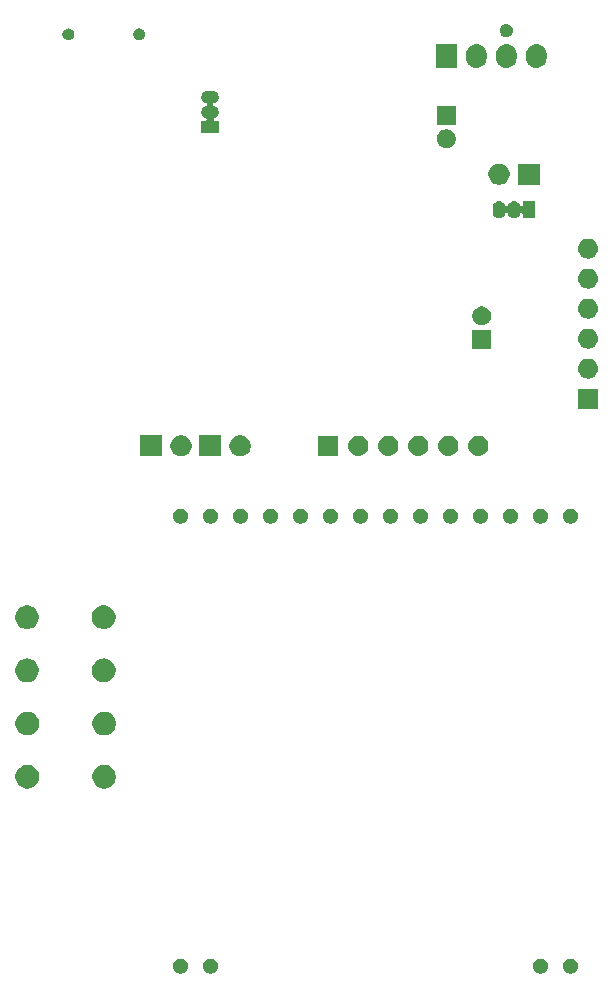
<source format=gbr>
G04 #@! TF.GenerationSoftware,KiCad,Pcbnew,(5.0.2)-1*
G04 #@! TF.CreationDate,2019-02-15T14:43:36+01:00*
G04 #@! TF.ProjectId,test,74657374-2e6b-4696-9361-645f70636258,rev?*
G04 #@! TF.SameCoordinates,Original*
G04 #@! TF.FileFunction,Soldermask,Bot*
G04 #@! TF.FilePolarity,Negative*
%FSLAX46Y46*%
G04 Gerber Fmt 4.6, Leading zero omitted, Abs format (unit mm)*
G04 Created by KiCad (PCBNEW (5.0.2)-1) date 15/02/2019 14:43:36*
%MOMM*%
%LPD*%
G01*
G04 APERTURE LIST*
%ADD10C,0.100000*%
G04 APERTURE END LIST*
D10*
G36*
X165696681Y-129434594D02*
X165813155Y-129482839D01*
X165917977Y-129552879D01*
X166007121Y-129642023D01*
X166077161Y-129746845D01*
X166125406Y-129863319D01*
X166150000Y-129986964D01*
X166150000Y-130113036D01*
X166125406Y-130236681D01*
X166077161Y-130353155D01*
X166007121Y-130457977D01*
X165917977Y-130547121D01*
X165813155Y-130617161D01*
X165696681Y-130665406D01*
X165573036Y-130690000D01*
X165446964Y-130690000D01*
X165323319Y-130665406D01*
X165206845Y-130617161D01*
X165102023Y-130547121D01*
X165012879Y-130457977D01*
X164942839Y-130353155D01*
X164894594Y-130236681D01*
X164870000Y-130113036D01*
X164870000Y-129986964D01*
X164894594Y-129863319D01*
X164942839Y-129746845D01*
X165012879Y-129642023D01*
X165102023Y-129552879D01*
X165206845Y-129482839D01*
X165323319Y-129434594D01*
X165446964Y-129410000D01*
X165573036Y-129410000D01*
X165696681Y-129434594D01*
X165696681Y-129434594D01*
G37*
G36*
X132676681Y-129434594D02*
X132793155Y-129482839D01*
X132897977Y-129552879D01*
X132987121Y-129642023D01*
X133057161Y-129746845D01*
X133105406Y-129863319D01*
X133130000Y-129986964D01*
X133130000Y-130113036D01*
X133105406Y-130236681D01*
X133057161Y-130353155D01*
X132987121Y-130457977D01*
X132897977Y-130547121D01*
X132793155Y-130617161D01*
X132676681Y-130665406D01*
X132553036Y-130690000D01*
X132426964Y-130690000D01*
X132303319Y-130665406D01*
X132186845Y-130617161D01*
X132082023Y-130547121D01*
X131992879Y-130457977D01*
X131922839Y-130353155D01*
X131874594Y-130236681D01*
X131850000Y-130113036D01*
X131850000Y-129986964D01*
X131874594Y-129863319D01*
X131922839Y-129746845D01*
X131992879Y-129642023D01*
X132082023Y-129552879D01*
X132186845Y-129482839D01*
X132303319Y-129434594D01*
X132426964Y-129410000D01*
X132553036Y-129410000D01*
X132676681Y-129434594D01*
X132676681Y-129434594D01*
G37*
G36*
X135216681Y-129434594D02*
X135333155Y-129482839D01*
X135437977Y-129552879D01*
X135527121Y-129642023D01*
X135597161Y-129746845D01*
X135645406Y-129863319D01*
X135670000Y-129986964D01*
X135670000Y-130113036D01*
X135645406Y-130236681D01*
X135597161Y-130353155D01*
X135527121Y-130457977D01*
X135437977Y-130547121D01*
X135333155Y-130617161D01*
X135216681Y-130665406D01*
X135093036Y-130690000D01*
X134966964Y-130690000D01*
X134843319Y-130665406D01*
X134726845Y-130617161D01*
X134622023Y-130547121D01*
X134532879Y-130457977D01*
X134462839Y-130353155D01*
X134414594Y-130236681D01*
X134390000Y-130113036D01*
X134390000Y-129986964D01*
X134414594Y-129863319D01*
X134462839Y-129746845D01*
X134532879Y-129642023D01*
X134622023Y-129552879D01*
X134726845Y-129482839D01*
X134843319Y-129434594D01*
X134966964Y-129410000D01*
X135093036Y-129410000D01*
X135216681Y-129434594D01*
X135216681Y-129434594D01*
G37*
G36*
X163156681Y-129434594D02*
X163273155Y-129482839D01*
X163377977Y-129552879D01*
X163467121Y-129642023D01*
X163537161Y-129746845D01*
X163585406Y-129863319D01*
X163610000Y-129986964D01*
X163610000Y-130113036D01*
X163585406Y-130236681D01*
X163537161Y-130353155D01*
X163467121Y-130457977D01*
X163377977Y-130547121D01*
X163273155Y-130617161D01*
X163156681Y-130665406D01*
X163033036Y-130690000D01*
X162906964Y-130690000D01*
X162783319Y-130665406D01*
X162666845Y-130617161D01*
X162562023Y-130547121D01*
X162472879Y-130457977D01*
X162402839Y-130353155D01*
X162354594Y-130236681D01*
X162330000Y-130113036D01*
X162330000Y-129986964D01*
X162354594Y-129863319D01*
X162402839Y-129746845D01*
X162472879Y-129642023D01*
X162562023Y-129552879D01*
X162666845Y-129482839D01*
X162783319Y-129434594D01*
X162906964Y-129410000D01*
X163033036Y-129410000D01*
X163156681Y-129434594D01*
X163156681Y-129434594D01*
G37*
G36*
X126200771Y-113040373D02*
X126316690Y-113063430D01*
X126498679Y-113138812D01*
X126662464Y-113248250D01*
X126801752Y-113387538D01*
X126911190Y-113551323D01*
X126986572Y-113733312D01*
X127025001Y-113926510D01*
X127025001Y-114123492D01*
X126986572Y-114316690D01*
X126911190Y-114498679D01*
X126801752Y-114662464D01*
X126662464Y-114801752D01*
X126498679Y-114911190D01*
X126316690Y-114986572D01*
X126200771Y-115009629D01*
X126123494Y-115025001D01*
X125926508Y-115025001D01*
X125849231Y-115009629D01*
X125733312Y-114986572D01*
X125551323Y-114911190D01*
X125387538Y-114801752D01*
X125248250Y-114662464D01*
X125138812Y-114498679D01*
X125063430Y-114316690D01*
X125025001Y-114123492D01*
X125025001Y-113926510D01*
X125063430Y-113733312D01*
X125138812Y-113551323D01*
X125248250Y-113387538D01*
X125387538Y-113248250D01*
X125551323Y-113138812D01*
X125733312Y-113063430D01*
X125849231Y-113040373D01*
X125926508Y-113025001D01*
X126123494Y-113025001D01*
X126200771Y-113040373D01*
X126200771Y-113040373D01*
G37*
G36*
X119700771Y-113040373D02*
X119816690Y-113063430D01*
X119998679Y-113138812D01*
X120162464Y-113248250D01*
X120301752Y-113387538D01*
X120411190Y-113551323D01*
X120486572Y-113733312D01*
X120525001Y-113926510D01*
X120525001Y-114123492D01*
X120486572Y-114316690D01*
X120411190Y-114498679D01*
X120301752Y-114662464D01*
X120162464Y-114801752D01*
X119998679Y-114911190D01*
X119816690Y-114986572D01*
X119700771Y-115009629D01*
X119623494Y-115025001D01*
X119426508Y-115025001D01*
X119349231Y-115009629D01*
X119233312Y-114986572D01*
X119051323Y-114911190D01*
X118887538Y-114801752D01*
X118748250Y-114662464D01*
X118638812Y-114498679D01*
X118563430Y-114316690D01*
X118525001Y-114123492D01*
X118525001Y-113926510D01*
X118563430Y-113733312D01*
X118638812Y-113551323D01*
X118748250Y-113387538D01*
X118887538Y-113248250D01*
X119051323Y-113138812D01*
X119233312Y-113063430D01*
X119349231Y-113040373D01*
X119426508Y-113025001D01*
X119623494Y-113025001D01*
X119700771Y-113040373D01*
X119700771Y-113040373D01*
G37*
G36*
X126200771Y-108540373D02*
X126316690Y-108563430D01*
X126498679Y-108638812D01*
X126662464Y-108748250D01*
X126801752Y-108887538D01*
X126911190Y-109051323D01*
X126986572Y-109233312D01*
X127025001Y-109426510D01*
X127025001Y-109623492D01*
X126986572Y-109816690D01*
X126911190Y-109998679D01*
X126801752Y-110162464D01*
X126662464Y-110301752D01*
X126498679Y-110411190D01*
X126316690Y-110486572D01*
X126200771Y-110509629D01*
X126123494Y-110525001D01*
X125926508Y-110525001D01*
X125849231Y-110509629D01*
X125733312Y-110486572D01*
X125551323Y-110411190D01*
X125387538Y-110301752D01*
X125248250Y-110162464D01*
X125138812Y-109998679D01*
X125063430Y-109816690D01*
X125025001Y-109623492D01*
X125025001Y-109426510D01*
X125063430Y-109233312D01*
X125138812Y-109051323D01*
X125248250Y-108887538D01*
X125387538Y-108748250D01*
X125551323Y-108638812D01*
X125733312Y-108563430D01*
X125849231Y-108540373D01*
X125926508Y-108525001D01*
X126123494Y-108525001D01*
X126200771Y-108540373D01*
X126200771Y-108540373D01*
G37*
G36*
X119700771Y-108540373D02*
X119816690Y-108563430D01*
X119998679Y-108638812D01*
X120162464Y-108748250D01*
X120301752Y-108887538D01*
X120411190Y-109051323D01*
X120486572Y-109233312D01*
X120525001Y-109426510D01*
X120525001Y-109623492D01*
X120486572Y-109816690D01*
X120411190Y-109998679D01*
X120301752Y-110162464D01*
X120162464Y-110301752D01*
X119998679Y-110411190D01*
X119816690Y-110486572D01*
X119700771Y-110509629D01*
X119623494Y-110525001D01*
X119426508Y-110525001D01*
X119349231Y-110509629D01*
X119233312Y-110486572D01*
X119051323Y-110411190D01*
X118887538Y-110301752D01*
X118748250Y-110162464D01*
X118638812Y-109998679D01*
X118563430Y-109816690D01*
X118525001Y-109623492D01*
X118525001Y-109426510D01*
X118563430Y-109233312D01*
X118638812Y-109051323D01*
X118748250Y-108887538D01*
X118887538Y-108748250D01*
X119051323Y-108638812D01*
X119233312Y-108563430D01*
X119349231Y-108540373D01*
X119426508Y-108525001D01*
X119623494Y-108525001D01*
X119700771Y-108540373D01*
X119700771Y-108540373D01*
G37*
G36*
X119675770Y-104015372D02*
X119791689Y-104038429D01*
X119973678Y-104113811D01*
X120137463Y-104223249D01*
X120276751Y-104362537D01*
X120386189Y-104526322D01*
X120461571Y-104708311D01*
X120500000Y-104901509D01*
X120500000Y-105098491D01*
X120461571Y-105291689D01*
X120386189Y-105473678D01*
X120276751Y-105637463D01*
X120137463Y-105776751D01*
X119973678Y-105886189D01*
X119791689Y-105961571D01*
X119675770Y-105984628D01*
X119598493Y-106000000D01*
X119401507Y-106000000D01*
X119324230Y-105984628D01*
X119208311Y-105961571D01*
X119026322Y-105886189D01*
X118862537Y-105776751D01*
X118723249Y-105637463D01*
X118613811Y-105473678D01*
X118538429Y-105291689D01*
X118500000Y-105098491D01*
X118500000Y-104901509D01*
X118538429Y-104708311D01*
X118613811Y-104526322D01*
X118723249Y-104362537D01*
X118862537Y-104223249D01*
X119026322Y-104113811D01*
X119208311Y-104038429D01*
X119324230Y-104015372D01*
X119401507Y-104000000D01*
X119598493Y-104000000D01*
X119675770Y-104015372D01*
X119675770Y-104015372D01*
G37*
G36*
X126175770Y-104015372D02*
X126291689Y-104038429D01*
X126473678Y-104113811D01*
X126637463Y-104223249D01*
X126776751Y-104362537D01*
X126886189Y-104526322D01*
X126961571Y-104708311D01*
X127000000Y-104901509D01*
X127000000Y-105098491D01*
X126961571Y-105291689D01*
X126886189Y-105473678D01*
X126776751Y-105637463D01*
X126637463Y-105776751D01*
X126473678Y-105886189D01*
X126291689Y-105961571D01*
X126175770Y-105984628D01*
X126098493Y-106000000D01*
X125901507Y-106000000D01*
X125824230Y-105984628D01*
X125708311Y-105961571D01*
X125526322Y-105886189D01*
X125362537Y-105776751D01*
X125223249Y-105637463D01*
X125113811Y-105473678D01*
X125038429Y-105291689D01*
X125000000Y-105098491D01*
X125000000Y-104901509D01*
X125038429Y-104708311D01*
X125113811Y-104526322D01*
X125223249Y-104362537D01*
X125362537Y-104223249D01*
X125526322Y-104113811D01*
X125708311Y-104038429D01*
X125824230Y-104015372D01*
X125901507Y-104000000D01*
X126098493Y-104000000D01*
X126175770Y-104015372D01*
X126175770Y-104015372D01*
G37*
G36*
X119675770Y-99515372D02*
X119791689Y-99538429D01*
X119973678Y-99613811D01*
X120137463Y-99723249D01*
X120276751Y-99862537D01*
X120386189Y-100026322D01*
X120461571Y-100208311D01*
X120500000Y-100401509D01*
X120500000Y-100598491D01*
X120461571Y-100791689D01*
X120386189Y-100973678D01*
X120276751Y-101137463D01*
X120137463Y-101276751D01*
X119973678Y-101386189D01*
X119791689Y-101461571D01*
X119675770Y-101484628D01*
X119598493Y-101500000D01*
X119401507Y-101500000D01*
X119324230Y-101484628D01*
X119208311Y-101461571D01*
X119026322Y-101386189D01*
X118862537Y-101276751D01*
X118723249Y-101137463D01*
X118613811Y-100973678D01*
X118538429Y-100791689D01*
X118500000Y-100598491D01*
X118500000Y-100401509D01*
X118538429Y-100208311D01*
X118613811Y-100026322D01*
X118723249Y-99862537D01*
X118862537Y-99723249D01*
X119026322Y-99613811D01*
X119208311Y-99538429D01*
X119324230Y-99515372D01*
X119401507Y-99500000D01*
X119598493Y-99500000D01*
X119675770Y-99515372D01*
X119675770Y-99515372D01*
G37*
G36*
X126175770Y-99515372D02*
X126291689Y-99538429D01*
X126473678Y-99613811D01*
X126637463Y-99723249D01*
X126776751Y-99862537D01*
X126886189Y-100026322D01*
X126961571Y-100208311D01*
X127000000Y-100401509D01*
X127000000Y-100598491D01*
X126961571Y-100791689D01*
X126886189Y-100973678D01*
X126776751Y-101137463D01*
X126637463Y-101276751D01*
X126473678Y-101386189D01*
X126291689Y-101461571D01*
X126175770Y-101484628D01*
X126098493Y-101500000D01*
X125901507Y-101500000D01*
X125824230Y-101484628D01*
X125708311Y-101461571D01*
X125526322Y-101386189D01*
X125362537Y-101276751D01*
X125223249Y-101137463D01*
X125113811Y-100973678D01*
X125038429Y-100791689D01*
X125000000Y-100598491D01*
X125000000Y-100401509D01*
X125038429Y-100208311D01*
X125113811Y-100026322D01*
X125223249Y-99862537D01*
X125362537Y-99723249D01*
X125526322Y-99613811D01*
X125708311Y-99538429D01*
X125824230Y-99515372D01*
X125901507Y-99500000D01*
X126098493Y-99500000D01*
X126175770Y-99515372D01*
X126175770Y-99515372D01*
G37*
G36*
X140296681Y-91334594D02*
X140413155Y-91382839D01*
X140517977Y-91452879D01*
X140607121Y-91542023D01*
X140677161Y-91646845D01*
X140725406Y-91763319D01*
X140750000Y-91886964D01*
X140750000Y-92013036D01*
X140725406Y-92136681D01*
X140677161Y-92253155D01*
X140607121Y-92357977D01*
X140517977Y-92447121D01*
X140413155Y-92517161D01*
X140296681Y-92565406D01*
X140173036Y-92590000D01*
X140046964Y-92590000D01*
X139923319Y-92565406D01*
X139806845Y-92517161D01*
X139702023Y-92447121D01*
X139612879Y-92357977D01*
X139542839Y-92253155D01*
X139494594Y-92136681D01*
X139470000Y-92013036D01*
X139470000Y-91886964D01*
X139494594Y-91763319D01*
X139542839Y-91646845D01*
X139612879Y-91542023D01*
X139702023Y-91452879D01*
X139806845Y-91382839D01*
X139923319Y-91334594D01*
X140046964Y-91310000D01*
X140173036Y-91310000D01*
X140296681Y-91334594D01*
X140296681Y-91334594D01*
G37*
G36*
X142836681Y-91334594D02*
X142953155Y-91382839D01*
X143057977Y-91452879D01*
X143147121Y-91542023D01*
X143217161Y-91646845D01*
X143265406Y-91763319D01*
X143290000Y-91886964D01*
X143290000Y-92013036D01*
X143265406Y-92136681D01*
X143217161Y-92253155D01*
X143147121Y-92357977D01*
X143057977Y-92447121D01*
X142953155Y-92517161D01*
X142836681Y-92565406D01*
X142713036Y-92590000D01*
X142586964Y-92590000D01*
X142463319Y-92565406D01*
X142346845Y-92517161D01*
X142242023Y-92447121D01*
X142152879Y-92357977D01*
X142082839Y-92253155D01*
X142034594Y-92136681D01*
X142010000Y-92013036D01*
X142010000Y-91886964D01*
X142034594Y-91763319D01*
X142082839Y-91646845D01*
X142152879Y-91542023D01*
X142242023Y-91452879D01*
X142346845Y-91382839D01*
X142463319Y-91334594D01*
X142586964Y-91310000D01*
X142713036Y-91310000D01*
X142836681Y-91334594D01*
X142836681Y-91334594D01*
G37*
G36*
X145376681Y-91334594D02*
X145493155Y-91382839D01*
X145597977Y-91452879D01*
X145687121Y-91542023D01*
X145757161Y-91646845D01*
X145805406Y-91763319D01*
X145830000Y-91886964D01*
X145830000Y-92013036D01*
X145805406Y-92136681D01*
X145757161Y-92253155D01*
X145687121Y-92357977D01*
X145597977Y-92447121D01*
X145493155Y-92517161D01*
X145376681Y-92565406D01*
X145253036Y-92590000D01*
X145126964Y-92590000D01*
X145003319Y-92565406D01*
X144886845Y-92517161D01*
X144782023Y-92447121D01*
X144692879Y-92357977D01*
X144622839Y-92253155D01*
X144574594Y-92136681D01*
X144550000Y-92013036D01*
X144550000Y-91886964D01*
X144574594Y-91763319D01*
X144622839Y-91646845D01*
X144692879Y-91542023D01*
X144782023Y-91452879D01*
X144886845Y-91382839D01*
X145003319Y-91334594D01*
X145126964Y-91310000D01*
X145253036Y-91310000D01*
X145376681Y-91334594D01*
X145376681Y-91334594D01*
G37*
G36*
X147916681Y-91334594D02*
X148033155Y-91382839D01*
X148137977Y-91452879D01*
X148227121Y-91542023D01*
X148297161Y-91646845D01*
X148345406Y-91763319D01*
X148370000Y-91886964D01*
X148370000Y-92013036D01*
X148345406Y-92136681D01*
X148297161Y-92253155D01*
X148227121Y-92357977D01*
X148137977Y-92447121D01*
X148033155Y-92517161D01*
X147916681Y-92565406D01*
X147793036Y-92590000D01*
X147666964Y-92590000D01*
X147543319Y-92565406D01*
X147426845Y-92517161D01*
X147322023Y-92447121D01*
X147232879Y-92357977D01*
X147162839Y-92253155D01*
X147114594Y-92136681D01*
X147090000Y-92013036D01*
X147090000Y-91886964D01*
X147114594Y-91763319D01*
X147162839Y-91646845D01*
X147232879Y-91542023D01*
X147322023Y-91452879D01*
X147426845Y-91382839D01*
X147543319Y-91334594D01*
X147666964Y-91310000D01*
X147793036Y-91310000D01*
X147916681Y-91334594D01*
X147916681Y-91334594D01*
G37*
G36*
X137756681Y-91334594D02*
X137873155Y-91382839D01*
X137977977Y-91452879D01*
X138067121Y-91542023D01*
X138137161Y-91646845D01*
X138185406Y-91763319D01*
X138210000Y-91886964D01*
X138210000Y-92013036D01*
X138185406Y-92136681D01*
X138137161Y-92253155D01*
X138067121Y-92357977D01*
X137977977Y-92447121D01*
X137873155Y-92517161D01*
X137756681Y-92565406D01*
X137633036Y-92590000D01*
X137506964Y-92590000D01*
X137383319Y-92565406D01*
X137266845Y-92517161D01*
X137162023Y-92447121D01*
X137072879Y-92357977D01*
X137002839Y-92253155D01*
X136954594Y-92136681D01*
X136930000Y-92013036D01*
X136930000Y-91886964D01*
X136954594Y-91763319D01*
X137002839Y-91646845D01*
X137072879Y-91542023D01*
X137162023Y-91452879D01*
X137266845Y-91382839D01*
X137383319Y-91334594D01*
X137506964Y-91310000D01*
X137633036Y-91310000D01*
X137756681Y-91334594D01*
X137756681Y-91334594D01*
G37*
G36*
X150456681Y-91334594D02*
X150573155Y-91382839D01*
X150677977Y-91452879D01*
X150767121Y-91542023D01*
X150837161Y-91646845D01*
X150885406Y-91763319D01*
X150910000Y-91886964D01*
X150910000Y-92013036D01*
X150885406Y-92136681D01*
X150837161Y-92253155D01*
X150767121Y-92357977D01*
X150677977Y-92447121D01*
X150573155Y-92517161D01*
X150456681Y-92565406D01*
X150333036Y-92590000D01*
X150206964Y-92590000D01*
X150083319Y-92565406D01*
X149966845Y-92517161D01*
X149862023Y-92447121D01*
X149772879Y-92357977D01*
X149702839Y-92253155D01*
X149654594Y-92136681D01*
X149630000Y-92013036D01*
X149630000Y-91886964D01*
X149654594Y-91763319D01*
X149702839Y-91646845D01*
X149772879Y-91542023D01*
X149862023Y-91452879D01*
X149966845Y-91382839D01*
X150083319Y-91334594D01*
X150206964Y-91310000D01*
X150333036Y-91310000D01*
X150456681Y-91334594D01*
X150456681Y-91334594D01*
G37*
G36*
X152996681Y-91334594D02*
X153113155Y-91382839D01*
X153217977Y-91452879D01*
X153307121Y-91542023D01*
X153377161Y-91646845D01*
X153425406Y-91763319D01*
X153450000Y-91886964D01*
X153450000Y-92013036D01*
X153425406Y-92136681D01*
X153377161Y-92253155D01*
X153307121Y-92357977D01*
X153217977Y-92447121D01*
X153113155Y-92517161D01*
X152996681Y-92565406D01*
X152873036Y-92590000D01*
X152746964Y-92590000D01*
X152623319Y-92565406D01*
X152506845Y-92517161D01*
X152402023Y-92447121D01*
X152312879Y-92357977D01*
X152242839Y-92253155D01*
X152194594Y-92136681D01*
X152170000Y-92013036D01*
X152170000Y-91886964D01*
X152194594Y-91763319D01*
X152242839Y-91646845D01*
X152312879Y-91542023D01*
X152402023Y-91452879D01*
X152506845Y-91382839D01*
X152623319Y-91334594D01*
X152746964Y-91310000D01*
X152873036Y-91310000D01*
X152996681Y-91334594D01*
X152996681Y-91334594D01*
G37*
G36*
X155536681Y-91334594D02*
X155653155Y-91382839D01*
X155757977Y-91452879D01*
X155847121Y-91542023D01*
X155917161Y-91646845D01*
X155965406Y-91763319D01*
X155990000Y-91886964D01*
X155990000Y-92013036D01*
X155965406Y-92136681D01*
X155917161Y-92253155D01*
X155847121Y-92357977D01*
X155757977Y-92447121D01*
X155653155Y-92517161D01*
X155536681Y-92565406D01*
X155413036Y-92590000D01*
X155286964Y-92590000D01*
X155163319Y-92565406D01*
X155046845Y-92517161D01*
X154942023Y-92447121D01*
X154852879Y-92357977D01*
X154782839Y-92253155D01*
X154734594Y-92136681D01*
X154710000Y-92013036D01*
X154710000Y-91886964D01*
X154734594Y-91763319D01*
X154782839Y-91646845D01*
X154852879Y-91542023D01*
X154942023Y-91452879D01*
X155046845Y-91382839D01*
X155163319Y-91334594D01*
X155286964Y-91310000D01*
X155413036Y-91310000D01*
X155536681Y-91334594D01*
X155536681Y-91334594D01*
G37*
G36*
X158076681Y-91334594D02*
X158193155Y-91382839D01*
X158297977Y-91452879D01*
X158387121Y-91542023D01*
X158457161Y-91646845D01*
X158505406Y-91763319D01*
X158530000Y-91886964D01*
X158530000Y-92013036D01*
X158505406Y-92136681D01*
X158457161Y-92253155D01*
X158387121Y-92357977D01*
X158297977Y-92447121D01*
X158193155Y-92517161D01*
X158076681Y-92565406D01*
X157953036Y-92590000D01*
X157826964Y-92590000D01*
X157703319Y-92565406D01*
X157586845Y-92517161D01*
X157482023Y-92447121D01*
X157392879Y-92357977D01*
X157322839Y-92253155D01*
X157274594Y-92136681D01*
X157250000Y-92013036D01*
X157250000Y-91886964D01*
X157274594Y-91763319D01*
X157322839Y-91646845D01*
X157392879Y-91542023D01*
X157482023Y-91452879D01*
X157586845Y-91382839D01*
X157703319Y-91334594D01*
X157826964Y-91310000D01*
X157953036Y-91310000D01*
X158076681Y-91334594D01*
X158076681Y-91334594D01*
G37*
G36*
X160616681Y-91334594D02*
X160733155Y-91382839D01*
X160837977Y-91452879D01*
X160927121Y-91542023D01*
X160997161Y-91646845D01*
X161045406Y-91763319D01*
X161070000Y-91886964D01*
X161070000Y-92013036D01*
X161045406Y-92136681D01*
X160997161Y-92253155D01*
X160927121Y-92357977D01*
X160837977Y-92447121D01*
X160733155Y-92517161D01*
X160616681Y-92565406D01*
X160493036Y-92590000D01*
X160366964Y-92590000D01*
X160243319Y-92565406D01*
X160126845Y-92517161D01*
X160022023Y-92447121D01*
X159932879Y-92357977D01*
X159862839Y-92253155D01*
X159814594Y-92136681D01*
X159790000Y-92013036D01*
X159790000Y-91886964D01*
X159814594Y-91763319D01*
X159862839Y-91646845D01*
X159932879Y-91542023D01*
X160022023Y-91452879D01*
X160126845Y-91382839D01*
X160243319Y-91334594D01*
X160366964Y-91310000D01*
X160493036Y-91310000D01*
X160616681Y-91334594D01*
X160616681Y-91334594D01*
G37*
G36*
X165696681Y-91334594D02*
X165813155Y-91382839D01*
X165917977Y-91452879D01*
X166007121Y-91542023D01*
X166077161Y-91646845D01*
X166125406Y-91763319D01*
X166150000Y-91886964D01*
X166150000Y-92013036D01*
X166125406Y-92136681D01*
X166077161Y-92253155D01*
X166007121Y-92357977D01*
X165917977Y-92447121D01*
X165813155Y-92517161D01*
X165696681Y-92565406D01*
X165573036Y-92590000D01*
X165446964Y-92590000D01*
X165323319Y-92565406D01*
X165206845Y-92517161D01*
X165102023Y-92447121D01*
X165012879Y-92357977D01*
X164942839Y-92253155D01*
X164894594Y-92136681D01*
X164870000Y-92013036D01*
X164870000Y-91886964D01*
X164894594Y-91763319D01*
X164942839Y-91646845D01*
X165012879Y-91542023D01*
X165102023Y-91452879D01*
X165206845Y-91382839D01*
X165323319Y-91334594D01*
X165446964Y-91310000D01*
X165573036Y-91310000D01*
X165696681Y-91334594D01*
X165696681Y-91334594D01*
G37*
G36*
X132676681Y-91334594D02*
X132793155Y-91382839D01*
X132897977Y-91452879D01*
X132987121Y-91542023D01*
X133057161Y-91646845D01*
X133105406Y-91763319D01*
X133130000Y-91886964D01*
X133130000Y-92013036D01*
X133105406Y-92136681D01*
X133057161Y-92253155D01*
X132987121Y-92357977D01*
X132897977Y-92447121D01*
X132793155Y-92517161D01*
X132676681Y-92565406D01*
X132553036Y-92590000D01*
X132426964Y-92590000D01*
X132303319Y-92565406D01*
X132186845Y-92517161D01*
X132082023Y-92447121D01*
X131992879Y-92357977D01*
X131922839Y-92253155D01*
X131874594Y-92136681D01*
X131850000Y-92013036D01*
X131850000Y-91886964D01*
X131874594Y-91763319D01*
X131922839Y-91646845D01*
X131992879Y-91542023D01*
X132082023Y-91452879D01*
X132186845Y-91382839D01*
X132303319Y-91334594D01*
X132426964Y-91310000D01*
X132553036Y-91310000D01*
X132676681Y-91334594D01*
X132676681Y-91334594D01*
G37*
G36*
X135216681Y-91334594D02*
X135333155Y-91382839D01*
X135437977Y-91452879D01*
X135527121Y-91542023D01*
X135597161Y-91646845D01*
X135645406Y-91763319D01*
X135670000Y-91886964D01*
X135670000Y-92013036D01*
X135645406Y-92136681D01*
X135597161Y-92253155D01*
X135527121Y-92357977D01*
X135437977Y-92447121D01*
X135333155Y-92517161D01*
X135216681Y-92565406D01*
X135093036Y-92590000D01*
X134966964Y-92590000D01*
X134843319Y-92565406D01*
X134726845Y-92517161D01*
X134622023Y-92447121D01*
X134532879Y-92357977D01*
X134462839Y-92253155D01*
X134414594Y-92136681D01*
X134390000Y-92013036D01*
X134390000Y-91886964D01*
X134414594Y-91763319D01*
X134462839Y-91646845D01*
X134532879Y-91542023D01*
X134622023Y-91452879D01*
X134726845Y-91382839D01*
X134843319Y-91334594D01*
X134966964Y-91310000D01*
X135093036Y-91310000D01*
X135216681Y-91334594D01*
X135216681Y-91334594D01*
G37*
G36*
X163156681Y-91334594D02*
X163273155Y-91382839D01*
X163377977Y-91452879D01*
X163467121Y-91542023D01*
X163537161Y-91646845D01*
X163585406Y-91763319D01*
X163610000Y-91886964D01*
X163610000Y-92013036D01*
X163585406Y-92136681D01*
X163537161Y-92253155D01*
X163467121Y-92357977D01*
X163377977Y-92447121D01*
X163273155Y-92517161D01*
X163156681Y-92565406D01*
X163033036Y-92590000D01*
X162906964Y-92590000D01*
X162783319Y-92565406D01*
X162666845Y-92517161D01*
X162562023Y-92447121D01*
X162472879Y-92357977D01*
X162402839Y-92253155D01*
X162354594Y-92136681D01*
X162330000Y-92013036D01*
X162330000Y-91886964D01*
X162354594Y-91763319D01*
X162402839Y-91646845D01*
X162472879Y-91542023D01*
X162562023Y-91452879D01*
X162666845Y-91382839D01*
X162783319Y-91334594D01*
X162906964Y-91310000D01*
X163033036Y-91310000D01*
X163156681Y-91334594D01*
X163156681Y-91334594D01*
G37*
G36*
X137802521Y-85134586D02*
X137966309Y-85202429D01*
X138113720Y-85300926D01*
X138239074Y-85426280D01*
X138337571Y-85573691D01*
X138405414Y-85737479D01*
X138440000Y-85911356D01*
X138440000Y-86088644D01*
X138405414Y-86262521D01*
X138337571Y-86426309D01*
X138239074Y-86573720D01*
X138113720Y-86699074D01*
X137966309Y-86797571D01*
X137802521Y-86865414D01*
X137628644Y-86900000D01*
X137451356Y-86900000D01*
X137277479Y-86865414D01*
X137113691Y-86797571D01*
X136966280Y-86699074D01*
X136840926Y-86573720D01*
X136742429Y-86426309D01*
X136674586Y-86262521D01*
X136640000Y-86088644D01*
X136640000Y-85911356D01*
X136674586Y-85737479D01*
X136742429Y-85573691D01*
X136840926Y-85426280D01*
X136966280Y-85300926D01*
X137113691Y-85202429D01*
X137277479Y-85134586D01*
X137451356Y-85100000D01*
X137628644Y-85100000D01*
X137802521Y-85134586D01*
X137802521Y-85134586D01*
G37*
G36*
X135900000Y-86900000D02*
X134100000Y-86900000D01*
X134100000Y-85100000D01*
X135900000Y-85100000D01*
X135900000Y-86900000D01*
X135900000Y-86900000D01*
G37*
G36*
X130900000Y-86900000D02*
X129100000Y-86900000D01*
X129100000Y-85100000D01*
X130900000Y-85100000D01*
X130900000Y-86900000D01*
X130900000Y-86900000D01*
G37*
G36*
X132802521Y-85134586D02*
X132966309Y-85202429D01*
X133113720Y-85300926D01*
X133239074Y-85426280D01*
X133337571Y-85573691D01*
X133405414Y-85737479D01*
X133440000Y-85911356D01*
X133440000Y-86088644D01*
X133405414Y-86262521D01*
X133337571Y-86426309D01*
X133239074Y-86573720D01*
X133113720Y-86699074D01*
X132966309Y-86797571D01*
X132802521Y-86865414D01*
X132628644Y-86900000D01*
X132451356Y-86900000D01*
X132277479Y-86865414D01*
X132113691Y-86797571D01*
X131966280Y-86699074D01*
X131840926Y-86573720D01*
X131742429Y-86426309D01*
X131674586Y-86262521D01*
X131640000Y-86088644D01*
X131640000Y-85911356D01*
X131674586Y-85737479D01*
X131742429Y-85573691D01*
X131840926Y-85426280D01*
X131966280Y-85300926D01*
X132113691Y-85202429D01*
X132277479Y-85134586D01*
X132451356Y-85100000D01*
X132628644Y-85100000D01*
X132802521Y-85134586D01*
X132802521Y-85134586D01*
G37*
G36*
X150246630Y-85162299D02*
X150406855Y-85210903D01*
X150554520Y-85289831D01*
X150683949Y-85396051D01*
X150790169Y-85525480D01*
X150869097Y-85673145D01*
X150917701Y-85833370D01*
X150934112Y-86000000D01*
X150917701Y-86166630D01*
X150869097Y-86326855D01*
X150790169Y-86474520D01*
X150683949Y-86603949D01*
X150554520Y-86710169D01*
X150406855Y-86789097D01*
X150246630Y-86837701D01*
X150121752Y-86850000D01*
X150038248Y-86850000D01*
X149913370Y-86837701D01*
X149753145Y-86789097D01*
X149605480Y-86710169D01*
X149476051Y-86603949D01*
X149369831Y-86474520D01*
X149290903Y-86326855D01*
X149242299Y-86166630D01*
X149225888Y-86000000D01*
X149242299Y-85833370D01*
X149290903Y-85673145D01*
X149369831Y-85525480D01*
X149476051Y-85396051D01*
X149605480Y-85289831D01*
X149753145Y-85210903D01*
X149913370Y-85162299D01*
X150038248Y-85150000D01*
X150121752Y-85150000D01*
X150246630Y-85162299D01*
X150246630Y-85162299D01*
G37*
G36*
X145850000Y-86850000D02*
X144150000Y-86850000D01*
X144150000Y-85150000D01*
X145850000Y-85150000D01*
X145850000Y-86850000D01*
X145850000Y-86850000D01*
G37*
G36*
X147706630Y-85162299D02*
X147866855Y-85210903D01*
X148014520Y-85289831D01*
X148143949Y-85396051D01*
X148250169Y-85525480D01*
X148329097Y-85673145D01*
X148377701Y-85833370D01*
X148394112Y-86000000D01*
X148377701Y-86166630D01*
X148329097Y-86326855D01*
X148250169Y-86474520D01*
X148143949Y-86603949D01*
X148014520Y-86710169D01*
X147866855Y-86789097D01*
X147706630Y-86837701D01*
X147581752Y-86850000D01*
X147498248Y-86850000D01*
X147373370Y-86837701D01*
X147213145Y-86789097D01*
X147065480Y-86710169D01*
X146936051Y-86603949D01*
X146829831Y-86474520D01*
X146750903Y-86326855D01*
X146702299Y-86166630D01*
X146685888Y-86000000D01*
X146702299Y-85833370D01*
X146750903Y-85673145D01*
X146829831Y-85525480D01*
X146936051Y-85396051D01*
X147065480Y-85289831D01*
X147213145Y-85210903D01*
X147373370Y-85162299D01*
X147498248Y-85150000D01*
X147581752Y-85150000D01*
X147706630Y-85162299D01*
X147706630Y-85162299D01*
G37*
G36*
X155326630Y-85162299D02*
X155486855Y-85210903D01*
X155634520Y-85289831D01*
X155763949Y-85396051D01*
X155870169Y-85525480D01*
X155949097Y-85673145D01*
X155997701Y-85833370D01*
X156014112Y-86000000D01*
X155997701Y-86166630D01*
X155949097Y-86326855D01*
X155870169Y-86474520D01*
X155763949Y-86603949D01*
X155634520Y-86710169D01*
X155486855Y-86789097D01*
X155326630Y-86837701D01*
X155201752Y-86850000D01*
X155118248Y-86850000D01*
X154993370Y-86837701D01*
X154833145Y-86789097D01*
X154685480Y-86710169D01*
X154556051Y-86603949D01*
X154449831Y-86474520D01*
X154370903Y-86326855D01*
X154322299Y-86166630D01*
X154305888Y-86000000D01*
X154322299Y-85833370D01*
X154370903Y-85673145D01*
X154449831Y-85525480D01*
X154556051Y-85396051D01*
X154685480Y-85289831D01*
X154833145Y-85210903D01*
X154993370Y-85162299D01*
X155118248Y-85150000D01*
X155201752Y-85150000D01*
X155326630Y-85162299D01*
X155326630Y-85162299D01*
G37*
G36*
X157866630Y-85162299D02*
X158026855Y-85210903D01*
X158174520Y-85289831D01*
X158303949Y-85396051D01*
X158410169Y-85525480D01*
X158489097Y-85673145D01*
X158537701Y-85833370D01*
X158554112Y-86000000D01*
X158537701Y-86166630D01*
X158489097Y-86326855D01*
X158410169Y-86474520D01*
X158303949Y-86603949D01*
X158174520Y-86710169D01*
X158026855Y-86789097D01*
X157866630Y-86837701D01*
X157741752Y-86850000D01*
X157658248Y-86850000D01*
X157533370Y-86837701D01*
X157373145Y-86789097D01*
X157225480Y-86710169D01*
X157096051Y-86603949D01*
X156989831Y-86474520D01*
X156910903Y-86326855D01*
X156862299Y-86166630D01*
X156845888Y-86000000D01*
X156862299Y-85833370D01*
X156910903Y-85673145D01*
X156989831Y-85525480D01*
X157096051Y-85396051D01*
X157225480Y-85289831D01*
X157373145Y-85210903D01*
X157533370Y-85162299D01*
X157658248Y-85150000D01*
X157741752Y-85150000D01*
X157866630Y-85162299D01*
X157866630Y-85162299D01*
G37*
G36*
X152786630Y-85162299D02*
X152946855Y-85210903D01*
X153094520Y-85289831D01*
X153223949Y-85396051D01*
X153330169Y-85525480D01*
X153409097Y-85673145D01*
X153457701Y-85833370D01*
X153474112Y-86000000D01*
X153457701Y-86166630D01*
X153409097Y-86326855D01*
X153330169Y-86474520D01*
X153223949Y-86603949D01*
X153094520Y-86710169D01*
X152946855Y-86789097D01*
X152786630Y-86837701D01*
X152661752Y-86850000D01*
X152578248Y-86850000D01*
X152453370Y-86837701D01*
X152293145Y-86789097D01*
X152145480Y-86710169D01*
X152016051Y-86603949D01*
X151909831Y-86474520D01*
X151830903Y-86326855D01*
X151782299Y-86166630D01*
X151765888Y-86000000D01*
X151782299Y-85833370D01*
X151830903Y-85673145D01*
X151909831Y-85525480D01*
X152016051Y-85396051D01*
X152145480Y-85289831D01*
X152293145Y-85210903D01*
X152453370Y-85162299D01*
X152578248Y-85150000D01*
X152661752Y-85150000D01*
X152786630Y-85162299D01*
X152786630Y-85162299D01*
G37*
G36*
X167850000Y-82850000D02*
X166150000Y-82850000D01*
X166150000Y-81150000D01*
X167850000Y-81150000D01*
X167850000Y-82850000D01*
X167850000Y-82850000D01*
G37*
G36*
X167166630Y-78622299D02*
X167326855Y-78670903D01*
X167474520Y-78749831D01*
X167603949Y-78856051D01*
X167710169Y-78985480D01*
X167789097Y-79133145D01*
X167837701Y-79293370D01*
X167854112Y-79460000D01*
X167837701Y-79626630D01*
X167789097Y-79786855D01*
X167710169Y-79934520D01*
X167603949Y-80063949D01*
X167474520Y-80170169D01*
X167326855Y-80249097D01*
X167166630Y-80297701D01*
X167041752Y-80310000D01*
X166958248Y-80310000D01*
X166833370Y-80297701D01*
X166673145Y-80249097D01*
X166525480Y-80170169D01*
X166396051Y-80063949D01*
X166289831Y-79934520D01*
X166210903Y-79786855D01*
X166162299Y-79626630D01*
X166145888Y-79460000D01*
X166162299Y-79293370D01*
X166210903Y-79133145D01*
X166289831Y-78985480D01*
X166396051Y-78856051D01*
X166525480Y-78749831D01*
X166673145Y-78670903D01*
X166833370Y-78622299D01*
X166958248Y-78610000D01*
X167041752Y-78610000D01*
X167166630Y-78622299D01*
X167166630Y-78622299D01*
G37*
G36*
X158800000Y-77800000D02*
X157200000Y-77800000D01*
X157200000Y-76200000D01*
X158800000Y-76200000D01*
X158800000Y-77800000D01*
X158800000Y-77800000D01*
G37*
G36*
X167166630Y-76082299D02*
X167326855Y-76130903D01*
X167474520Y-76209831D01*
X167603949Y-76316051D01*
X167710169Y-76445480D01*
X167789097Y-76593145D01*
X167837701Y-76753370D01*
X167854112Y-76920000D01*
X167837701Y-77086630D01*
X167789097Y-77246855D01*
X167710169Y-77394520D01*
X167603949Y-77523949D01*
X167474520Y-77630169D01*
X167326855Y-77709097D01*
X167166630Y-77757701D01*
X167041752Y-77770000D01*
X166958248Y-77770000D01*
X166833370Y-77757701D01*
X166673145Y-77709097D01*
X166525480Y-77630169D01*
X166396051Y-77523949D01*
X166289831Y-77394520D01*
X166210903Y-77246855D01*
X166162299Y-77086630D01*
X166145888Y-76920000D01*
X166162299Y-76753370D01*
X166210903Y-76593145D01*
X166289831Y-76445480D01*
X166396051Y-76316051D01*
X166525480Y-76209831D01*
X166673145Y-76130903D01*
X166833370Y-76082299D01*
X166958248Y-76070000D01*
X167041752Y-76070000D01*
X167166630Y-76082299D01*
X167166630Y-76082299D01*
G37*
G36*
X158233352Y-74230743D02*
X158378941Y-74291048D01*
X158509973Y-74378601D01*
X158621399Y-74490027D01*
X158708952Y-74621059D01*
X158769257Y-74766648D01*
X158800000Y-74921205D01*
X158800000Y-75078795D01*
X158769257Y-75233352D01*
X158708952Y-75378941D01*
X158621399Y-75509973D01*
X158509973Y-75621399D01*
X158378941Y-75708952D01*
X158233352Y-75769257D01*
X158078795Y-75800000D01*
X157921205Y-75800000D01*
X157766648Y-75769257D01*
X157621059Y-75708952D01*
X157490027Y-75621399D01*
X157378601Y-75509973D01*
X157291048Y-75378941D01*
X157230743Y-75233352D01*
X157200000Y-75078795D01*
X157200000Y-74921205D01*
X157230743Y-74766648D01*
X157291048Y-74621059D01*
X157378601Y-74490027D01*
X157490027Y-74378601D01*
X157621059Y-74291048D01*
X157766648Y-74230743D01*
X157921205Y-74200000D01*
X158078795Y-74200000D01*
X158233352Y-74230743D01*
X158233352Y-74230743D01*
G37*
G36*
X167166630Y-73542299D02*
X167326855Y-73590903D01*
X167474520Y-73669831D01*
X167603949Y-73776051D01*
X167710169Y-73905480D01*
X167789097Y-74053145D01*
X167837701Y-74213370D01*
X167854112Y-74380000D01*
X167837701Y-74546630D01*
X167789097Y-74706855D01*
X167710169Y-74854520D01*
X167603949Y-74983949D01*
X167474520Y-75090169D01*
X167326855Y-75169097D01*
X167166630Y-75217701D01*
X167041752Y-75230000D01*
X166958248Y-75230000D01*
X166833370Y-75217701D01*
X166673145Y-75169097D01*
X166525480Y-75090169D01*
X166396051Y-74983949D01*
X166289831Y-74854520D01*
X166210903Y-74706855D01*
X166162299Y-74546630D01*
X166145888Y-74380000D01*
X166162299Y-74213370D01*
X166210903Y-74053145D01*
X166289831Y-73905480D01*
X166396051Y-73776051D01*
X166525480Y-73669831D01*
X166673145Y-73590903D01*
X166833370Y-73542299D01*
X166958248Y-73530000D01*
X167041752Y-73530000D01*
X167166630Y-73542299D01*
X167166630Y-73542299D01*
G37*
G36*
X167166630Y-71002299D02*
X167326855Y-71050903D01*
X167474520Y-71129831D01*
X167603949Y-71236051D01*
X167710169Y-71365480D01*
X167789097Y-71513145D01*
X167837701Y-71673370D01*
X167854112Y-71840000D01*
X167837701Y-72006630D01*
X167789097Y-72166855D01*
X167710169Y-72314520D01*
X167603949Y-72443949D01*
X167474520Y-72550169D01*
X167326855Y-72629097D01*
X167166630Y-72677701D01*
X167041752Y-72690000D01*
X166958248Y-72690000D01*
X166833370Y-72677701D01*
X166673145Y-72629097D01*
X166525480Y-72550169D01*
X166396051Y-72443949D01*
X166289831Y-72314520D01*
X166210903Y-72166855D01*
X166162299Y-72006630D01*
X166145888Y-71840000D01*
X166162299Y-71673370D01*
X166210903Y-71513145D01*
X166289831Y-71365480D01*
X166396051Y-71236051D01*
X166525480Y-71129831D01*
X166673145Y-71050903D01*
X166833370Y-71002299D01*
X166958248Y-70990000D01*
X167041752Y-70990000D01*
X167166630Y-71002299D01*
X167166630Y-71002299D01*
G37*
G36*
X167166630Y-68462299D02*
X167326855Y-68510903D01*
X167474520Y-68589831D01*
X167603949Y-68696051D01*
X167710169Y-68825480D01*
X167789097Y-68973145D01*
X167837701Y-69133370D01*
X167854112Y-69300000D01*
X167837701Y-69466630D01*
X167789097Y-69626855D01*
X167710169Y-69774520D01*
X167603949Y-69903949D01*
X167474520Y-70010169D01*
X167326855Y-70089097D01*
X167166630Y-70137701D01*
X167041752Y-70150000D01*
X166958248Y-70150000D01*
X166833370Y-70137701D01*
X166673145Y-70089097D01*
X166525480Y-70010169D01*
X166396051Y-69903949D01*
X166289831Y-69774520D01*
X166210903Y-69626855D01*
X166162299Y-69466630D01*
X166145888Y-69300000D01*
X166162299Y-69133370D01*
X166210903Y-68973145D01*
X166289831Y-68825480D01*
X166396051Y-68696051D01*
X166525480Y-68589831D01*
X166673145Y-68510903D01*
X166833370Y-68462299D01*
X166958248Y-68450000D01*
X167041752Y-68450000D01*
X167166630Y-68462299D01*
X167166630Y-68462299D01*
G37*
G36*
X160832914Y-65257596D02*
X160832917Y-65257597D01*
X160832918Y-65257597D01*
X160931881Y-65287617D01*
X161023086Y-65336367D01*
X161023088Y-65336368D01*
X161023087Y-65336368D01*
X161103027Y-65401973D01*
X161168632Y-65481913D01*
X161217383Y-65573118D01*
X161230382Y-65615971D01*
X161239760Y-65638611D01*
X161253374Y-65658985D01*
X161270701Y-65676312D01*
X161291075Y-65689926D01*
X161313714Y-65699304D01*
X161337748Y-65704084D01*
X161362252Y-65704084D01*
X161386285Y-65699304D01*
X161408925Y-65689926D01*
X161429299Y-65676312D01*
X161446626Y-65658985D01*
X161460240Y-65638611D01*
X161469618Y-65615972D01*
X161474398Y-65591938D01*
X161475000Y-65579686D01*
X161475000Y-65250000D01*
X162525000Y-65250000D01*
X162525000Y-66750000D01*
X161475000Y-66750000D01*
X161475000Y-66420314D01*
X161472598Y-66395928D01*
X161465485Y-66372479D01*
X161453934Y-66350868D01*
X161438388Y-66331926D01*
X161419446Y-66316380D01*
X161397835Y-66304829D01*
X161374386Y-66297716D01*
X161350000Y-66295314D01*
X161325614Y-66297716D01*
X161302165Y-66304829D01*
X161280554Y-66316380D01*
X161261612Y-66331926D01*
X161246066Y-66350868D01*
X161234515Y-66372479D01*
X161230382Y-66384029D01*
X161217383Y-66426882D01*
X161217382Y-66426883D01*
X161168635Y-66518083D01*
X161168632Y-66518087D01*
X161103030Y-66598024D01*
X161103028Y-66598025D01*
X161103027Y-66598027D01*
X161023086Y-66663633D01*
X160931880Y-66712383D01*
X160832917Y-66742403D01*
X160832916Y-66742403D01*
X160832913Y-66742404D01*
X160730000Y-66752540D01*
X160627086Y-66742404D01*
X160627083Y-66742403D01*
X160627082Y-66742403D01*
X160528119Y-66712383D01*
X160436914Y-66663633D01*
X160416929Y-66647231D01*
X160356976Y-66598030D01*
X160356975Y-66598028D01*
X160356973Y-66598027D01*
X160291367Y-66518086D01*
X160242617Y-66426880D01*
X160240625Y-66420314D01*
X160214617Y-66334580D01*
X160205240Y-66311941D01*
X160191626Y-66291567D01*
X160174299Y-66274239D01*
X160153924Y-66260626D01*
X160131285Y-66251248D01*
X160107252Y-66246468D01*
X160082747Y-66246468D01*
X160058714Y-66251249D01*
X160036075Y-66260626D01*
X160015701Y-66274240D01*
X159998373Y-66291567D01*
X159984760Y-66311942D01*
X159975382Y-66334579D01*
X159947383Y-66426881D01*
X159898635Y-66518083D01*
X159898632Y-66518087D01*
X159833030Y-66598024D01*
X159833028Y-66598025D01*
X159833027Y-66598027D01*
X159753086Y-66663633D01*
X159661880Y-66712383D01*
X159562917Y-66742403D01*
X159562916Y-66742403D01*
X159562913Y-66742404D01*
X159460000Y-66752540D01*
X159357086Y-66742404D01*
X159357083Y-66742403D01*
X159357082Y-66742403D01*
X159258119Y-66712383D01*
X159166914Y-66663633D01*
X159146929Y-66647231D01*
X159086976Y-66598030D01*
X159086975Y-66598028D01*
X159086973Y-66598027D01*
X159021367Y-66518086D01*
X158972617Y-66426880D01*
X158942597Y-66327917D01*
X158942597Y-66327916D01*
X158942596Y-66327913D01*
X158935000Y-66250791D01*
X158935000Y-65749208D01*
X158942596Y-65672086D01*
X158972618Y-65573117D01*
X159021366Y-65481916D01*
X159086976Y-65401971D01*
X159166914Y-65336368D01*
X159166913Y-65336368D01*
X159166915Y-65336367D01*
X159258120Y-65287617D01*
X159357083Y-65257597D01*
X159357084Y-65257597D01*
X159357087Y-65257596D01*
X159460000Y-65247460D01*
X159562914Y-65257596D01*
X159562917Y-65257597D01*
X159562918Y-65257597D01*
X159661881Y-65287617D01*
X159753086Y-65336367D01*
X159833027Y-65401973D01*
X159898633Y-65481914D01*
X159947383Y-65573119D01*
X159960382Y-65615971D01*
X159975382Y-65665420D01*
X159984760Y-65688059D01*
X159998374Y-65708433D01*
X160015701Y-65725760D01*
X160036075Y-65739374D01*
X160058714Y-65748752D01*
X160082748Y-65753532D01*
X160107252Y-65753532D01*
X160131286Y-65748752D01*
X160153925Y-65739374D01*
X160174299Y-65725760D01*
X160191626Y-65708433D01*
X160205240Y-65688059D01*
X160214618Y-65665420D01*
X160242618Y-65573117D01*
X160291366Y-65481916D01*
X160356976Y-65401971D01*
X160436914Y-65336368D01*
X160436913Y-65336368D01*
X160436915Y-65336367D01*
X160528120Y-65287617D01*
X160627083Y-65257597D01*
X160627084Y-65257597D01*
X160627087Y-65257596D01*
X160730000Y-65247460D01*
X160832914Y-65257596D01*
X160832914Y-65257596D01*
G37*
G36*
X159722521Y-62134586D02*
X159886309Y-62202429D01*
X160033720Y-62300926D01*
X160159074Y-62426280D01*
X160257571Y-62573691D01*
X160325414Y-62737479D01*
X160360000Y-62911356D01*
X160360000Y-63088644D01*
X160325414Y-63262521D01*
X160257571Y-63426309D01*
X160159074Y-63573720D01*
X160033720Y-63699074D01*
X159886309Y-63797571D01*
X159722521Y-63865414D01*
X159548644Y-63900000D01*
X159371356Y-63900000D01*
X159197479Y-63865414D01*
X159033691Y-63797571D01*
X158886280Y-63699074D01*
X158760926Y-63573720D01*
X158662429Y-63426309D01*
X158594586Y-63262521D01*
X158560000Y-63088644D01*
X158560000Y-62911356D01*
X158594586Y-62737479D01*
X158662429Y-62573691D01*
X158760926Y-62426280D01*
X158886280Y-62300926D01*
X159033691Y-62202429D01*
X159197479Y-62134586D01*
X159371356Y-62100000D01*
X159548644Y-62100000D01*
X159722521Y-62134586D01*
X159722521Y-62134586D01*
G37*
G36*
X162900000Y-63900000D02*
X161100000Y-63900000D01*
X161100000Y-62100000D01*
X162900000Y-62100000D01*
X162900000Y-63900000D01*
X162900000Y-63900000D01*
G37*
G36*
X155233352Y-59230743D02*
X155378941Y-59291048D01*
X155509973Y-59378601D01*
X155621399Y-59490027D01*
X155708952Y-59621059D01*
X155769257Y-59766648D01*
X155800000Y-59921205D01*
X155800000Y-60078795D01*
X155769257Y-60233352D01*
X155708952Y-60378941D01*
X155621399Y-60509973D01*
X155509973Y-60621399D01*
X155378941Y-60708952D01*
X155233352Y-60769257D01*
X155078795Y-60800000D01*
X154921205Y-60800000D01*
X154766648Y-60769257D01*
X154621059Y-60708952D01*
X154490027Y-60621399D01*
X154378601Y-60509973D01*
X154291048Y-60378941D01*
X154230743Y-60233352D01*
X154200000Y-60078795D01*
X154200000Y-59921205D01*
X154230743Y-59766648D01*
X154291048Y-59621059D01*
X154378601Y-59490027D01*
X154490027Y-59378601D01*
X154621059Y-59291048D01*
X154766648Y-59230743D01*
X154921205Y-59200000D01*
X155078795Y-59200000D01*
X155233352Y-59230743D01*
X155233352Y-59230743D01*
G37*
G36*
X135327914Y-55942596D02*
X135327917Y-55942597D01*
X135327918Y-55942597D01*
X135426881Y-55972617D01*
X135518086Y-56021367D01*
X135518088Y-56021368D01*
X135518087Y-56021368D01*
X135598027Y-56086973D01*
X135663632Y-56166913D01*
X135712382Y-56258117D01*
X135742404Y-56357086D01*
X135752540Y-56460000D01*
X135742404Y-56562914D01*
X135742403Y-56562917D01*
X135742403Y-56562918D01*
X135712383Y-56661881D01*
X135663633Y-56753086D01*
X135598027Y-56833027D01*
X135518086Y-56898633D01*
X135426881Y-56947383D01*
X135334580Y-56975382D01*
X135311941Y-56984760D01*
X135291567Y-56998374D01*
X135274240Y-57015701D01*
X135260626Y-57036075D01*
X135251248Y-57058714D01*
X135246468Y-57082748D01*
X135246468Y-57107252D01*
X135251248Y-57131286D01*
X135260626Y-57153925D01*
X135274240Y-57174299D01*
X135291567Y-57191626D01*
X135311941Y-57205240D01*
X135334579Y-57214618D01*
X135426881Y-57242617D01*
X135518086Y-57291367D01*
X135518088Y-57291368D01*
X135518087Y-57291368D01*
X135598027Y-57356973D01*
X135663632Y-57436913D01*
X135712382Y-57528117D01*
X135742404Y-57627086D01*
X135752540Y-57730000D01*
X135742404Y-57832914D01*
X135742403Y-57832917D01*
X135742403Y-57832918D01*
X135712383Y-57931881D01*
X135663633Y-58023086D01*
X135598027Y-58103027D01*
X135518086Y-58168633D01*
X135475632Y-58191325D01*
X135426882Y-58217383D01*
X135384029Y-58230382D01*
X135361389Y-58239760D01*
X135341015Y-58253374D01*
X135323688Y-58270701D01*
X135310074Y-58291075D01*
X135300696Y-58313714D01*
X135295916Y-58337748D01*
X135295916Y-58362252D01*
X135300696Y-58386285D01*
X135310074Y-58408925D01*
X135323688Y-58429299D01*
X135341015Y-58446626D01*
X135361389Y-58460240D01*
X135384028Y-58469618D01*
X135408062Y-58474398D01*
X135420314Y-58475000D01*
X135750000Y-58475000D01*
X135750000Y-59525000D01*
X134250000Y-59525000D01*
X134250000Y-58475000D01*
X134579686Y-58475000D01*
X134604072Y-58472598D01*
X134627521Y-58465485D01*
X134649132Y-58453934D01*
X134668074Y-58438388D01*
X134683620Y-58419446D01*
X134695171Y-58397835D01*
X134702284Y-58374386D01*
X134704686Y-58350000D01*
X134702284Y-58325614D01*
X134695171Y-58302165D01*
X134683620Y-58280554D01*
X134668074Y-58261612D01*
X134649132Y-58246066D01*
X134627521Y-58234515D01*
X134615971Y-58230382D01*
X134573118Y-58217383D01*
X134524368Y-58191325D01*
X134481914Y-58168633D01*
X134401973Y-58103027D01*
X134336367Y-58023086D01*
X134287617Y-57931881D01*
X134257597Y-57832918D01*
X134257597Y-57832917D01*
X134257596Y-57832914D01*
X134247460Y-57730000D01*
X134257596Y-57627086D01*
X134287618Y-57528117D01*
X134336368Y-57436913D01*
X134401973Y-57356973D01*
X134481913Y-57291368D01*
X134481912Y-57291368D01*
X134481914Y-57291367D01*
X134573119Y-57242617D01*
X134665421Y-57214618D01*
X134688059Y-57205240D01*
X134708433Y-57191626D01*
X134725760Y-57174299D01*
X134739374Y-57153925D01*
X134748752Y-57131286D01*
X134753532Y-57107252D01*
X134753532Y-57082748D01*
X134748752Y-57058714D01*
X134739374Y-57036075D01*
X134725760Y-57015701D01*
X134708433Y-56998374D01*
X134688059Y-56984760D01*
X134665420Y-56975382D01*
X134573119Y-56947383D01*
X134481914Y-56898633D01*
X134401973Y-56833027D01*
X134336367Y-56753086D01*
X134287617Y-56661881D01*
X134257597Y-56562918D01*
X134257597Y-56562917D01*
X134257596Y-56562914D01*
X134247460Y-56460000D01*
X134257596Y-56357086D01*
X134287618Y-56258117D01*
X134336368Y-56166913D01*
X134401973Y-56086973D01*
X134481913Y-56021368D01*
X134481912Y-56021368D01*
X134481914Y-56021367D01*
X134573119Y-55972617D01*
X134672082Y-55942597D01*
X134672083Y-55942597D01*
X134672086Y-55942596D01*
X134749208Y-55935000D01*
X135250792Y-55935000D01*
X135327914Y-55942596D01*
X135327914Y-55942596D01*
G37*
G36*
X155800000Y-58800000D02*
X154200000Y-58800000D01*
X154200000Y-57200000D01*
X155800000Y-57200000D01*
X155800000Y-58800000D01*
X155800000Y-58800000D01*
G37*
G36*
X162789569Y-51997516D02*
X162910196Y-52034108D01*
X162952626Y-52046979D01*
X163102894Y-52127298D01*
X163234607Y-52235393D01*
X163342702Y-52367106D01*
X163423021Y-52517373D01*
X163435892Y-52559803D01*
X163472484Y-52680430D01*
X163485000Y-52807509D01*
X163485000Y-53192490D01*
X163472484Y-53319569D01*
X163435891Y-53440198D01*
X163423021Y-53482627D01*
X163342702Y-53632894D01*
X163234607Y-53764607D01*
X163102894Y-53872702D01*
X162952627Y-53953021D01*
X162910197Y-53965892D01*
X162789570Y-54002484D01*
X162620000Y-54019185D01*
X162450431Y-54002484D01*
X162329804Y-53965892D01*
X162287374Y-53953021D01*
X162137107Y-53872702D01*
X162032054Y-53786486D01*
X162005393Y-53764607D01*
X161951346Y-53698750D01*
X161897296Y-53632891D01*
X161816979Y-53482627D01*
X161804108Y-53440197D01*
X161767516Y-53319570D01*
X161755000Y-53192491D01*
X161755000Y-52807510D01*
X161767516Y-52680431D01*
X161816978Y-52517378D01*
X161816979Y-52517374D01*
X161897298Y-52367106D01*
X162005393Y-52235393D01*
X162137106Y-52127298D01*
X162287373Y-52046979D01*
X162329803Y-52034108D01*
X162450430Y-51997516D01*
X162620000Y-51980815D01*
X162789569Y-51997516D01*
X162789569Y-51997516D01*
G37*
G36*
X160249569Y-51997516D02*
X160370196Y-52034108D01*
X160412626Y-52046979D01*
X160562894Y-52127298D01*
X160694607Y-52235393D01*
X160802702Y-52367106D01*
X160883021Y-52517373D01*
X160895892Y-52559803D01*
X160932484Y-52680430D01*
X160945000Y-52807509D01*
X160945000Y-53192490D01*
X160932484Y-53319569D01*
X160895891Y-53440198D01*
X160883021Y-53482627D01*
X160802702Y-53632894D01*
X160694607Y-53764607D01*
X160562894Y-53872702D01*
X160412627Y-53953021D01*
X160370197Y-53965892D01*
X160249570Y-54002484D01*
X160080000Y-54019185D01*
X159910431Y-54002484D01*
X159789804Y-53965892D01*
X159747374Y-53953021D01*
X159597107Y-53872702D01*
X159492054Y-53786486D01*
X159465393Y-53764607D01*
X159411346Y-53698750D01*
X159357296Y-53632891D01*
X159276979Y-53482627D01*
X159264108Y-53440197D01*
X159227516Y-53319570D01*
X159215000Y-53192491D01*
X159215000Y-52807510D01*
X159227516Y-52680431D01*
X159276978Y-52517378D01*
X159276979Y-52517374D01*
X159357298Y-52367106D01*
X159465393Y-52235393D01*
X159597106Y-52127298D01*
X159747373Y-52046979D01*
X159789803Y-52034108D01*
X159910430Y-51997516D01*
X160080000Y-51980815D01*
X160249569Y-51997516D01*
X160249569Y-51997516D01*
G37*
G36*
X157709569Y-51997516D02*
X157830196Y-52034108D01*
X157872626Y-52046979D01*
X158022894Y-52127298D01*
X158154607Y-52235393D01*
X158262702Y-52367106D01*
X158343021Y-52517373D01*
X158355892Y-52559803D01*
X158392484Y-52680430D01*
X158405000Y-52807509D01*
X158405000Y-53192490D01*
X158392484Y-53319569D01*
X158355891Y-53440198D01*
X158343021Y-53482627D01*
X158262702Y-53632894D01*
X158154607Y-53764607D01*
X158022894Y-53872702D01*
X157872627Y-53953021D01*
X157830197Y-53965892D01*
X157709570Y-54002484D01*
X157540000Y-54019185D01*
X157370431Y-54002484D01*
X157249804Y-53965892D01*
X157207374Y-53953021D01*
X157057107Y-53872702D01*
X156952054Y-53786486D01*
X156925393Y-53764607D01*
X156871346Y-53698750D01*
X156817296Y-53632891D01*
X156736979Y-53482627D01*
X156724108Y-53440197D01*
X156687516Y-53319570D01*
X156675000Y-53192491D01*
X156675000Y-52807510D01*
X156687516Y-52680431D01*
X156736978Y-52517378D01*
X156736979Y-52517374D01*
X156817298Y-52367106D01*
X156925393Y-52235393D01*
X157057106Y-52127298D01*
X157207373Y-52046979D01*
X157249803Y-52034108D01*
X157370430Y-51997516D01*
X157540000Y-51980815D01*
X157709569Y-51997516D01*
X157709569Y-51997516D01*
G37*
G36*
X155865000Y-54015000D02*
X154135000Y-54015000D01*
X154135000Y-51985000D01*
X155865000Y-51985000D01*
X155865000Y-54015000D01*
X155865000Y-54015000D01*
G37*
G36*
X129145845Y-50669215D02*
X129170852Y-50679573D01*
X129236839Y-50706906D01*
X129317640Y-50760896D01*
X129318734Y-50761627D01*
X129388373Y-50831266D01*
X129388375Y-50831269D01*
X129430405Y-50894170D01*
X129443095Y-50913163D01*
X129480785Y-51004155D01*
X129500000Y-51100755D01*
X129500000Y-51199245D01*
X129480785Y-51295845D01*
X129443095Y-51386837D01*
X129388373Y-51468734D01*
X129318734Y-51538373D01*
X129318731Y-51538375D01*
X129236839Y-51593094D01*
X129145845Y-51630785D01*
X129049246Y-51650000D01*
X128950754Y-51650000D01*
X128854155Y-51630785D01*
X128763161Y-51593094D01*
X128681269Y-51538375D01*
X128681266Y-51538373D01*
X128611627Y-51468734D01*
X128556905Y-51386837D01*
X128519215Y-51295845D01*
X128500000Y-51199245D01*
X128500000Y-51100755D01*
X128519215Y-51004155D01*
X128556905Y-50913163D01*
X128569596Y-50894170D01*
X128611625Y-50831269D01*
X128611627Y-50831266D01*
X128681266Y-50761627D01*
X128682360Y-50760896D01*
X128763161Y-50706906D01*
X128829149Y-50679573D01*
X128854155Y-50669215D01*
X128950754Y-50650000D01*
X129049246Y-50650000D01*
X129145845Y-50669215D01*
X129145845Y-50669215D01*
G37*
G36*
X123145845Y-50669215D02*
X123170852Y-50679573D01*
X123236839Y-50706906D01*
X123317640Y-50760896D01*
X123318734Y-50761627D01*
X123388373Y-50831266D01*
X123388375Y-50831269D01*
X123430405Y-50894170D01*
X123443095Y-50913163D01*
X123480785Y-51004155D01*
X123500000Y-51100755D01*
X123500000Y-51199245D01*
X123480785Y-51295845D01*
X123443095Y-51386837D01*
X123388373Y-51468734D01*
X123318734Y-51538373D01*
X123318731Y-51538375D01*
X123236839Y-51593094D01*
X123145845Y-51630785D01*
X123049246Y-51650000D01*
X122950754Y-51650000D01*
X122854155Y-51630785D01*
X122763161Y-51593094D01*
X122681269Y-51538375D01*
X122681266Y-51538373D01*
X122611627Y-51468734D01*
X122556905Y-51386837D01*
X122519215Y-51295845D01*
X122500000Y-51199245D01*
X122500000Y-51100755D01*
X122519215Y-51004155D01*
X122556905Y-50913163D01*
X122569596Y-50894170D01*
X122611625Y-50831269D01*
X122611627Y-50831266D01*
X122681266Y-50761627D01*
X122682360Y-50760896D01*
X122763161Y-50706906D01*
X122829149Y-50679573D01*
X122854155Y-50669215D01*
X122950754Y-50650000D01*
X123049246Y-50650000D01*
X123145845Y-50669215D01*
X123145845Y-50669215D01*
G37*
G36*
X160169590Y-50297045D02*
X160240429Y-50311136D01*
X160340523Y-50352597D01*
X160430607Y-50412789D01*
X160507211Y-50489393D01*
X160507213Y-50489396D01*
X160567403Y-50579477D01*
X160608864Y-50679571D01*
X160608864Y-50679573D01*
X160630000Y-50785829D01*
X160630000Y-50894171D01*
X160626222Y-50913163D01*
X160608864Y-51000429D01*
X160567403Y-51100523D01*
X160507211Y-51190607D01*
X160430607Y-51267211D01*
X160430604Y-51267213D01*
X160340523Y-51327403D01*
X160240429Y-51368864D01*
X160169590Y-51382955D01*
X160134171Y-51390000D01*
X160025829Y-51390000D01*
X159990410Y-51382955D01*
X159919571Y-51368864D01*
X159819477Y-51327403D01*
X159729396Y-51267213D01*
X159729393Y-51267211D01*
X159652789Y-51190607D01*
X159592597Y-51100523D01*
X159551136Y-51000429D01*
X159533778Y-50913163D01*
X159530000Y-50894171D01*
X159530000Y-50785829D01*
X159551136Y-50679573D01*
X159551136Y-50679571D01*
X159592597Y-50579477D01*
X159652787Y-50489396D01*
X159652789Y-50489393D01*
X159729393Y-50412789D01*
X159819477Y-50352597D01*
X159919571Y-50311136D01*
X159990410Y-50297045D01*
X160025829Y-50290000D01*
X160134171Y-50290000D01*
X160169590Y-50297045D01*
X160169590Y-50297045D01*
G37*
M02*

</source>
